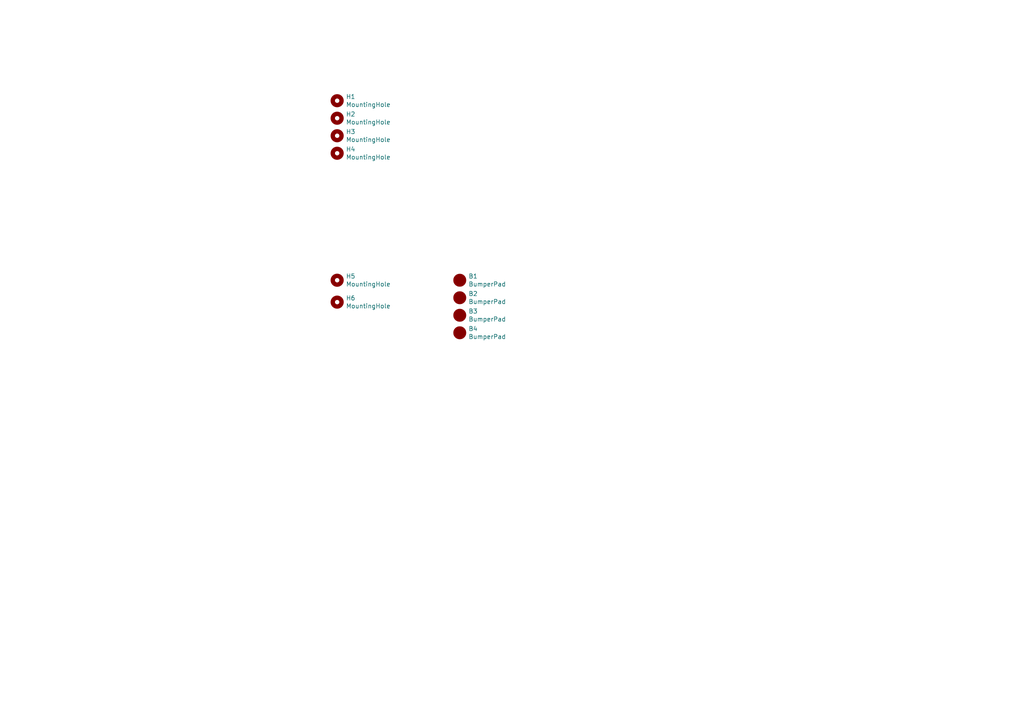
<source format=kicad_sch>
(kicad_sch (version 20210621) (generator eeschema)
  (paper "A4")
  (lib_symbols
    (symbol "Envoy_symbols:BumperPad" (pin_names (offset 1.016))
      (property "Reference" "B" (at 0 0 0))
      (property "Value" "BumperPad" (at 0 0 0))
      (symbol "BumperPad_0_1"
        (circle (center 0 0) (radius 1.8034) (fill (type outline)))
      )
    )
    (symbol "Mechanical:MountingHole" (pin_names (offset 1.016))
      (property "Reference" "H" (at 0 5.08 0))
      (property "Value" "MountingHole" (at 0 3.175 0))
      (symbol "MountingHole_0_1"
        (circle (center 0 0) (radius 1.27) (stroke (width 1.27)))
      )
    )
  )
  (symbol (lib_id "Envoy_symbols:BumperPad") (at 133.35 81.28 0) (unit 1)
    (property "Reference" "B1" (at 135.8646 80.1116 0) (effects (justify left)))
    (property "Value" "BumperPad" (at 135.8646 82.423 0) (effects (justify left)))
    (property "Footprint" "Envoy:BumperLocator_8.5mm" (effects hide))
  )
  (symbol (lib_id "Envoy_symbols:BumperPad") (at 133.35 86.36 0) (unit 1)
    (property "Reference" "B2" (at 135.8646 85.1916 0) (effects (justify left)))
    (property "Value" "BumperPad" (at 135.8646 87.503 0) (effects (justify left)))
    (property "Footprint" "Envoy:BumperLocator_8.5mm" (effects hide))
  )
  (symbol (lib_id "Envoy_symbols:BumperPad") (at 133.35 91.44 0) (unit 1)
    (property "Reference" "B3" (at 135.8646 90.2716 0) (effects (justify left)))
    (property "Value" "BumperPad" (at 135.8646 92.583 0) (effects (justify left)))
    (property "Footprint" "Envoy:BumperLocator_8.5mm" (effects hide))
  )
  (symbol (lib_id "Envoy_symbols:BumperPad") (at 133.35 96.52 0) (unit 1)
    (property "Reference" "B4" (at 135.8646 95.3516 0) (effects (justify left)))
    (property "Value" "BumperPad" (at 135.8646 97.663 0) (effects (justify left)))
    (property "Footprint" "Envoy:BumperLocator_8.5mm" (effects hide))
  )
  (symbol (lib_id "Mechanical:MountingHole") (at 97.79 29.21 0) (unit 1)
    (property "Reference" "H1" (at 100.33 28.0416 0) (effects (justify left)))
    (property "Value" "MountingHole" (at 100.33 30.353 0) (effects (justify left)))
    (property "Footprint" "Envoy:MountingHole_Reinforced_2.5mm" (effects hide))
  )
  (symbol (lib_id "Mechanical:MountingHole") (at 97.79 34.29 0) (unit 1)
    (property "Reference" "H2" (at 100.33 33.1216 0) (effects (justify left)))
    (property "Value" "MountingHole" (at 100.33 35.433 0) (effects (justify left)))
    (property "Footprint" "Envoy:MountingHole_Reinforced_2.5mm" (effects hide))
  )
  (symbol (lib_id "Mechanical:MountingHole") (at 97.79 39.37 0) (unit 1)
    (property "Reference" "H3" (at 100.33 38.2016 0) (effects (justify left)))
    (property "Value" "MountingHole" (at 100.33 40.513 0) (effects (justify left)))
    (property "Footprint" "Envoy:MountingHole_Reinforced_2.5mm" (effects hide))
  )
  (symbol (lib_id "Mechanical:MountingHole") (at 97.79 44.45 0) (unit 1)
    (property "Reference" "H4" (at 100.33 43.2816 0) (effects (justify left)))
    (property "Value" "MountingHole" (at 100.33 45.593 0) (effects (justify left)))
    (property "Footprint" "Envoy:MountingHole_Reinforced_2.5mm" (effects hide))
  )
  (symbol (lib_id "Mechanical:MountingHole") (at 97.79 81.28 0) (unit 1)
    (property "Reference" "H5" (at 100.33 80.1116 0) (effects (justify left)))
    (property "Value" "MountingHole" (at 100.33 82.423 0) (effects (justify left)))
    (property "Footprint" "Envoy:Keyboard_conical_foot" (effects hide))
  )
  (symbol (lib_id "Mechanical:MountingHole") (at 97.79 87.63 0) (unit 1)
    (property "Reference" "H6" (at 100.33 86.4616 0) (effects (justify left)))
    (property "Value" "MountingHole" (at 100.33 88.773 0) (effects (justify left)))
    (property "Footprint" "Envoy:Keyboard_conical_foot" (effects hide))
  )
)
</source>
